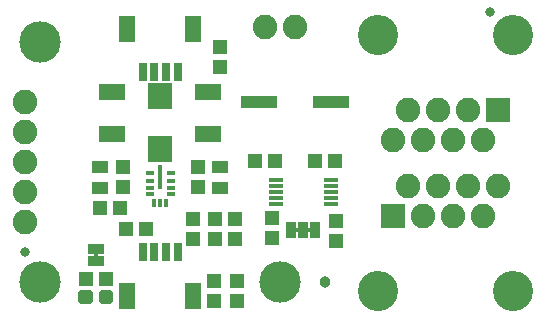
<source format=gts>
G04 EAGLE Gerber RS-274X export*
G75*
%MOMM*%
%FSLAX34Y34*%
%LPD*%
%INSoldermask Top*%
%IPPOS*%
%AMOC8*
5,1,8,0,0,1.08239X$1,22.5*%
G01*
%ADD10R,1.403200X2.203200*%
%ADD11R,0.803200X1.553200*%
%ADD12R,1.303200X0.453200*%
%ADD13R,1.303200X1.203200*%
%ADD14R,1.203200X1.303200*%
%ADD15C,2.082800*%
%ADD16R,2.082800X2.082800*%
%ADD17C,3.403200*%
%ADD18R,0.863600X1.473200*%
%ADD19C,3.505200*%
%ADD20C,0.838200*%
%ADD21C,0.505344*%
%ADD22R,1.473200X0.863600*%
%ADD23R,2.003200X2.203200*%
%ADD24R,0.803200X0.453200*%
%ADD25R,0.453200X0.803200*%
%ADD26R,0.453200X2.027200*%
%ADD27R,2.263200X1.473200*%
%ADD28R,1.403200X1.003200*%
%ADD29C,0.965200*%
%ADD30R,3.103200X1.103200*%

G36*
X73725Y58432D02*
X73725Y58432D01*
X73791Y58434D01*
X73834Y58452D01*
X73881Y58460D01*
X73938Y58494D01*
X73998Y58519D01*
X74033Y58550D01*
X74074Y58575D01*
X74116Y58626D01*
X74164Y58670D01*
X74186Y58712D01*
X74215Y58749D01*
X74236Y58811D01*
X74267Y58870D01*
X74275Y58924D01*
X74287Y58961D01*
X74286Y59001D01*
X74294Y59055D01*
X74294Y62865D01*
X74283Y62930D01*
X74281Y62996D01*
X74263Y63039D01*
X74255Y63086D01*
X74221Y63143D01*
X74196Y63203D01*
X74165Y63238D01*
X74140Y63279D01*
X74089Y63321D01*
X74045Y63369D01*
X74003Y63391D01*
X73966Y63420D01*
X73904Y63441D01*
X73845Y63472D01*
X73791Y63480D01*
X73754Y63492D01*
X73714Y63491D01*
X73660Y63499D01*
X71120Y63499D01*
X71055Y63488D01*
X70989Y63486D01*
X70946Y63468D01*
X70899Y63460D01*
X70842Y63426D01*
X70782Y63401D01*
X70747Y63370D01*
X70706Y63345D01*
X70665Y63294D01*
X70616Y63250D01*
X70594Y63208D01*
X70565Y63171D01*
X70544Y63109D01*
X70513Y63050D01*
X70505Y62996D01*
X70493Y62959D01*
X70493Y62955D01*
X70493Y62954D01*
X70494Y62919D01*
X70486Y62865D01*
X70486Y59055D01*
X70497Y58990D01*
X70499Y58924D01*
X70517Y58881D01*
X70525Y58834D01*
X70559Y58777D01*
X70584Y58717D01*
X70615Y58682D01*
X70640Y58641D01*
X70691Y58600D01*
X70735Y58551D01*
X70777Y58529D01*
X70814Y58500D01*
X70876Y58479D01*
X70935Y58448D01*
X70989Y58440D01*
X71026Y58428D01*
X71066Y58429D01*
X71120Y58421D01*
X73660Y58421D01*
X73725Y58432D01*
G37*
G36*
X254700Y80657D02*
X254700Y80657D01*
X254766Y80659D01*
X254809Y80677D01*
X254856Y80685D01*
X254913Y80719D01*
X254973Y80744D01*
X255008Y80775D01*
X255049Y80800D01*
X255091Y80851D01*
X255139Y80895D01*
X255161Y80937D01*
X255190Y80974D01*
X255211Y81036D01*
X255242Y81095D01*
X255250Y81149D01*
X255262Y81186D01*
X255261Y81226D01*
X255269Y81280D01*
X255269Y83820D01*
X255258Y83885D01*
X255256Y83951D01*
X255238Y83994D01*
X255230Y84041D01*
X255196Y84098D01*
X255171Y84158D01*
X255140Y84193D01*
X255115Y84234D01*
X255064Y84276D01*
X255020Y84324D01*
X254978Y84346D01*
X254941Y84375D01*
X254879Y84396D01*
X254820Y84427D01*
X254766Y84435D01*
X254729Y84447D01*
X254689Y84446D01*
X254635Y84454D01*
X250825Y84454D01*
X250760Y84443D01*
X250694Y84441D01*
X250651Y84423D01*
X250604Y84415D01*
X250547Y84381D01*
X250487Y84356D01*
X250452Y84325D01*
X250411Y84300D01*
X250370Y84249D01*
X250321Y84205D01*
X250299Y84163D01*
X250270Y84126D01*
X250249Y84064D01*
X250218Y84005D01*
X250210Y83951D01*
X250198Y83914D01*
X250198Y83911D01*
X250199Y83874D01*
X250191Y83820D01*
X250191Y81280D01*
X250202Y81215D01*
X250204Y81149D01*
X250222Y81106D01*
X250230Y81059D01*
X250264Y81002D01*
X250289Y80942D01*
X250320Y80907D01*
X250345Y80866D01*
X250396Y80825D01*
X250440Y80776D01*
X250482Y80754D01*
X250519Y80725D01*
X250581Y80704D01*
X250640Y80673D01*
X250694Y80665D01*
X250731Y80653D01*
X250771Y80654D01*
X250825Y80646D01*
X254635Y80646D01*
X254700Y80657D01*
G37*
G36*
X244540Y80657D02*
X244540Y80657D01*
X244606Y80659D01*
X244649Y80677D01*
X244696Y80685D01*
X244753Y80719D01*
X244813Y80744D01*
X244848Y80775D01*
X244889Y80800D01*
X244931Y80851D01*
X244979Y80895D01*
X245001Y80937D01*
X245030Y80974D01*
X245051Y81036D01*
X245082Y81095D01*
X245090Y81149D01*
X245102Y81186D01*
X245101Y81226D01*
X245109Y81280D01*
X245109Y83820D01*
X245098Y83885D01*
X245096Y83951D01*
X245078Y83994D01*
X245070Y84041D01*
X245036Y84098D01*
X245011Y84158D01*
X244980Y84193D01*
X244955Y84234D01*
X244904Y84276D01*
X244860Y84324D01*
X244818Y84346D01*
X244781Y84375D01*
X244719Y84396D01*
X244660Y84427D01*
X244606Y84435D01*
X244569Y84447D01*
X244529Y84446D01*
X244475Y84454D01*
X240665Y84454D01*
X240600Y84443D01*
X240534Y84441D01*
X240491Y84423D01*
X240444Y84415D01*
X240387Y84381D01*
X240327Y84356D01*
X240292Y84325D01*
X240251Y84300D01*
X240210Y84249D01*
X240161Y84205D01*
X240139Y84163D01*
X240110Y84126D01*
X240089Y84064D01*
X240058Y84005D01*
X240050Y83951D01*
X240038Y83914D01*
X240038Y83911D01*
X240039Y83874D01*
X240031Y83820D01*
X240031Y81280D01*
X240042Y81215D01*
X240044Y81149D01*
X240062Y81106D01*
X240070Y81059D01*
X240104Y81002D01*
X240129Y80942D01*
X240160Y80907D01*
X240185Y80866D01*
X240236Y80825D01*
X240280Y80776D01*
X240322Y80754D01*
X240359Y80725D01*
X240421Y80704D01*
X240480Y80673D01*
X240534Y80665D01*
X240571Y80653D01*
X240611Y80654D01*
X240665Y80646D01*
X244475Y80646D01*
X244540Y80657D01*
G37*
D10*
X99000Y26750D03*
X155000Y26750D03*
D11*
X112000Y63500D03*
X122000Y63500D03*
X132000Y63500D03*
X142000Y63500D03*
D12*
X225060Y109475D03*
X225060Y114475D03*
X225060Y119475D03*
X225060Y124475D03*
X225060Y104425D03*
X271310Y109475D03*
X271310Y114475D03*
X271310Y119475D03*
X271310Y124475D03*
X271310Y104425D03*
D10*
X155000Y252650D03*
X99000Y252650D03*
D11*
X142000Y215900D03*
X132000Y215900D03*
X122000Y215900D03*
X112000Y215900D03*
D13*
X224400Y140970D03*
X207400Y140970D03*
X258200Y140970D03*
X275200Y140970D03*
D14*
X172720Y39615D03*
X172720Y22615D03*
X191770Y39615D03*
X191770Y22615D03*
D15*
X323850Y158750D03*
X336550Y184150D03*
X349250Y158750D03*
X374650Y158750D03*
X400050Y158750D03*
X361950Y184150D03*
X387350Y184150D03*
D16*
X412750Y184150D03*
D17*
X425450Y247650D03*
X311150Y247650D03*
D14*
X221615Y92320D03*
X221615Y75320D03*
X275590Y89780D03*
X275590Y72780D03*
D18*
X258064Y82550D03*
X247650Y82550D03*
X237236Y82550D03*
D19*
X228600Y38100D03*
X25400Y38100D03*
X25400Y241300D03*
D20*
X12700Y63500D03*
X406400Y266700D03*
D15*
X412750Y119380D03*
X400050Y93980D03*
X387350Y119380D03*
X361950Y119380D03*
X336550Y119380D03*
X374650Y93980D03*
X349250Y93980D03*
D16*
X323850Y93980D03*
D17*
X311150Y30480D03*
X425450Y30480D03*
D13*
X80890Y40640D03*
X63890Y40640D03*
D21*
X77670Y28890D02*
X77670Y21910D01*
X77670Y28890D02*
X84650Y28890D01*
X84650Y21910D01*
X77670Y21910D01*
X77670Y26710D02*
X84650Y26710D01*
X60130Y28890D02*
X60130Y21910D01*
X60130Y28890D02*
X67110Y28890D01*
X67110Y21910D01*
X60130Y21910D01*
X60130Y26710D02*
X67110Y26710D01*
D22*
X72390Y66167D03*
X72390Y55753D03*
D15*
X12700Y190500D03*
X12700Y165100D03*
X12700Y139700D03*
X12700Y114300D03*
X241300Y254000D03*
X215900Y254000D03*
X12700Y88900D03*
D23*
X127000Y150855D03*
X127000Y195855D03*
D13*
X92955Y100965D03*
X75955Y100965D03*
D24*
X118000Y130630D03*
X136000Y130630D03*
X136000Y124130D03*
X118000Y124130D03*
X118000Y117630D03*
X118000Y112630D03*
X136000Y117630D03*
X136000Y112630D03*
D25*
X132000Y105380D03*
X127000Y105380D03*
X122000Y105380D03*
D26*
X127000Y127260D03*
D27*
X167640Y199160D03*
X167640Y164060D03*
X86360Y199160D03*
X86360Y164060D03*
D14*
X177800Y220100D03*
X177800Y237100D03*
X154940Y91685D03*
X154940Y74685D03*
X173355Y74685D03*
X173355Y91685D03*
X190500Y91685D03*
X190500Y74685D03*
D13*
X114545Y83185D03*
X97545Y83185D03*
D28*
X177800Y118000D03*
X177800Y136000D03*
X76200Y118000D03*
X76200Y136000D03*
D14*
X158750Y118500D03*
X158750Y135500D03*
X95250Y118500D03*
X95250Y135500D03*
D29*
X266700Y38100D03*
D30*
X210780Y190500D03*
X271780Y190500D03*
M02*

</source>
